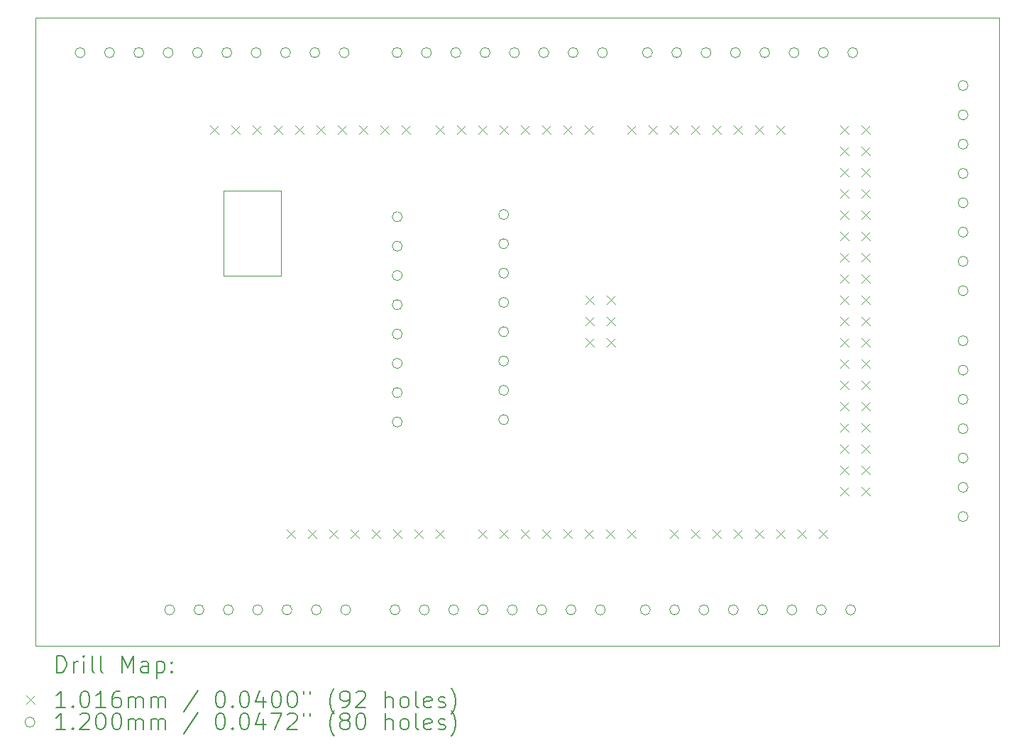
<source format=gbr>
%TF.GenerationSoftware,KiCad,Pcbnew,7.0.9*%
%TF.CreationDate,2023-12-29T07:46:45-06:00*%
%TF.ProjectId,Arduino Shield,41726475-696e-46f2-9053-6869656c642e,rev?*%
%TF.SameCoordinates,Original*%
%TF.FileFunction,Drillmap*%
%TF.FilePolarity,Positive*%
%FSLAX45Y45*%
G04 Gerber Fmt 4.5, Leading zero omitted, Abs format (unit mm)*
G04 Created by KiCad (PCBNEW 7.0.9) date 2023-12-29 07:46:45*
%MOMM*%
%LPD*%
G01*
G04 APERTURE LIST*
%ADD10C,0.100000*%
%ADD11C,0.200000*%
%ADD12C,0.101600*%
%ADD13C,0.120000*%
G04 APERTURE END LIST*
D10*
X4241800Y-4064000D02*
X4927600Y-4064000D01*
X4927600Y-5080000D01*
X4241800Y-5080000D01*
X4241800Y-4064000D01*
X2000000Y-2000000D02*
X13500000Y-2000000D01*
X13500000Y-9500000D01*
X2000000Y-9500000D01*
X2000000Y-2000000D01*
D11*
D12*
X4082800Y-3279200D02*
X4184400Y-3380800D01*
X4184400Y-3279200D02*
X4082800Y-3380800D01*
X4336800Y-3279200D02*
X4438400Y-3380800D01*
X4438400Y-3279200D02*
X4336800Y-3380800D01*
X4590800Y-3279200D02*
X4692400Y-3380800D01*
X4692400Y-3279200D02*
X4590800Y-3380800D01*
X4844800Y-3279200D02*
X4946400Y-3380800D01*
X4946400Y-3279200D02*
X4844800Y-3380800D01*
X4997200Y-8105200D02*
X5098800Y-8206800D01*
X5098800Y-8105200D02*
X4997200Y-8206800D01*
X5098800Y-3279200D02*
X5200400Y-3380800D01*
X5200400Y-3279200D02*
X5098800Y-3380800D01*
X5251200Y-8105200D02*
X5352800Y-8206800D01*
X5352800Y-8105200D02*
X5251200Y-8206800D01*
X5352800Y-3279200D02*
X5454400Y-3380800D01*
X5454400Y-3279200D02*
X5352800Y-3380800D01*
X5505200Y-8105200D02*
X5606800Y-8206800D01*
X5606800Y-8105200D02*
X5505200Y-8206800D01*
X5606800Y-3279200D02*
X5708400Y-3380800D01*
X5708400Y-3279200D02*
X5606800Y-3380800D01*
X5759200Y-8105200D02*
X5860800Y-8206800D01*
X5860800Y-8105200D02*
X5759200Y-8206800D01*
X5860800Y-3279200D02*
X5962400Y-3380800D01*
X5962400Y-3279200D02*
X5860800Y-3380800D01*
X6013200Y-8105200D02*
X6114800Y-8206800D01*
X6114800Y-8105200D02*
X6013200Y-8206800D01*
X6114800Y-3279200D02*
X6216400Y-3380800D01*
X6216400Y-3279200D02*
X6114800Y-3380800D01*
X6267200Y-8105200D02*
X6368800Y-8206800D01*
X6368800Y-8105200D02*
X6267200Y-8206800D01*
X6368800Y-3279200D02*
X6470400Y-3380800D01*
X6470400Y-3279200D02*
X6368800Y-3380800D01*
X6521200Y-8105200D02*
X6622800Y-8206800D01*
X6622800Y-8105200D02*
X6521200Y-8206800D01*
X6775200Y-3279200D02*
X6876800Y-3380800D01*
X6876800Y-3279200D02*
X6775200Y-3380800D01*
X6775200Y-8105200D02*
X6876800Y-8206800D01*
X6876800Y-8105200D02*
X6775200Y-8206800D01*
X7029200Y-3279200D02*
X7130800Y-3380800D01*
X7130800Y-3279200D02*
X7029200Y-3380800D01*
X7283200Y-3279200D02*
X7384800Y-3380800D01*
X7384800Y-3279200D02*
X7283200Y-3380800D01*
X7283200Y-8105200D02*
X7384800Y-8206800D01*
X7384800Y-8105200D02*
X7283200Y-8206800D01*
X7537200Y-3279200D02*
X7638800Y-3380800D01*
X7638800Y-3279200D02*
X7537200Y-3380800D01*
X7537200Y-8105200D02*
X7638800Y-8206800D01*
X7638800Y-8105200D02*
X7537200Y-8206800D01*
X7791200Y-3279200D02*
X7892800Y-3380800D01*
X7892800Y-3279200D02*
X7791200Y-3380800D01*
X7791200Y-8105200D02*
X7892800Y-8206800D01*
X7892800Y-8105200D02*
X7791200Y-8206800D01*
X8045200Y-3279200D02*
X8146800Y-3380800D01*
X8146800Y-3279200D02*
X8045200Y-3380800D01*
X8045200Y-8105200D02*
X8146800Y-8206800D01*
X8146800Y-8105200D02*
X8045200Y-8206800D01*
X8299200Y-3279200D02*
X8400800Y-3380800D01*
X8400800Y-3279200D02*
X8299200Y-3380800D01*
X8299200Y-8105200D02*
X8400800Y-8206800D01*
X8400800Y-8105200D02*
X8299200Y-8206800D01*
X8553200Y-3279200D02*
X8654800Y-3380800D01*
X8654800Y-3279200D02*
X8553200Y-3380800D01*
X8553200Y-8105200D02*
X8654800Y-8206800D01*
X8654800Y-8105200D02*
X8553200Y-8206800D01*
X8565900Y-5311200D02*
X8667500Y-5412800D01*
X8667500Y-5311200D02*
X8565900Y-5412800D01*
X8565900Y-5565200D02*
X8667500Y-5666800D01*
X8667500Y-5565200D02*
X8565900Y-5666800D01*
X8565900Y-5819200D02*
X8667500Y-5920800D01*
X8667500Y-5819200D02*
X8565900Y-5920800D01*
X8807200Y-8105200D02*
X8908800Y-8206800D01*
X8908800Y-8105200D02*
X8807200Y-8206800D01*
X8819900Y-5311200D02*
X8921500Y-5412800D01*
X8921500Y-5311200D02*
X8819900Y-5412800D01*
X8819900Y-5565200D02*
X8921500Y-5666800D01*
X8921500Y-5565200D02*
X8819900Y-5666800D01*
X8819900Y-5819200D02*
X8921500Y-5920800D01*
X8921500Y-5819200D02*
X8819900Y-5920800D01*
X9061200Y-3279200D02*
X9162800Y-3380800D01*
X9162800Y-3279200D02*
X9061200Y-3380800D01*
X9061200Y-8105200D02*
X9162800Y-8206800D01*
X9162800Y-8105200D02*
X9061200Y-8206800D01*
X9315200Y-3279200D02*
X9416800Y-3380800D01*
X9416800Y-3279200D02*
X9315200Y-3380800D01*
X9569200Y-3279200D02*
X9670800Y-3380800D01*
X9670800Y-3279200D02*
X9569200Y-3380800D01*
X9569200Y-8105200D02*
X9670800Y-8206800D01*
X9670800Y-8105200D02*
X9569200Y-8206800D01*
X9823200Y-3279200D02*
X9924800Y-3380800D01*
X9924800Y-3279200D02*
X9823200Y-3380800D01*
X9823200Y-8105200D02*
X9924800Y-8206800D01*
X9924800Y-8105200D02*
X9823200Y-8206800D01*
X10077200Y-3279200D02*
X10178800Y-3380800D01*
X10178800Y-3279200D02*
X10077200Y-3380800D01*
X10077200Y-8105200D02*
X10178800Y-8206800D01*
X10178800Y-8105200D02*
X10077200Y-8206800D01*
X10331200Y-3279200D02*
X10432800Y-3380800D01*
X10432800Y-3279200D02*
X10331200Y-3380800D01*
X10331200Y-8105200D02*
X10432800Y-8206800D01*
X10432800Y-8105200D02*
X10331200Y-8206800D01*
X10585200Y-3279200D02*
X10686800Y-3380800D01*
X10686800Y-3279200D02*
X10585200Y-3380800D01*
X10585200Y-8105200D02*
X10686800Y-8206800D01*
X10686800Y-8105200D02*
X10585200Y-8206800D01*
X10839200Y-3279200D02*
X10940800Y-3380800D01*
X10940800Y-3279200D02*
X10839200Y-3380800D01*
X10839200Y-8105200D02*
X10940800Y-8206800D01*
X10940800Y-8105200D02*
X10839200Y-8206800D01*
X11093200Y-8105200D02*
X11194800Y-8206800D01*
X11194800Y-8105200D02*
X11093200Y-8206800D01*
X11347200Y-8105200D02*
X11448800Y-8206800D01*
X11448800Y-8105200D02*
X11347200Y-8206800D01*
X11601200Y-3279200D02*
X11702800Y-3380800D01*
X11702800Y-3279200D02*
X11601200Y-3380800D01*
X11601200Y-3533200D02*
X11702800Y-3634800D01*
X11702800Y-3533200D02*
X11601200Y-3634800D01*
X11601200Y-3787200D02*
X11702800Y-3888800D01*
X11702800Y-3787200D02*
X11601200Y-3888800D01*
X11601200Y-4041200D02*
X11702800Y-4142800D01*
X11702800Y-4041200D02*
X11601200Y-4142800D01*
X11601200Y-4295200D02*
X11702800Y-4396800D01*
X11702800Y-4295200D02*
X11601200Y-4396800D01*
X11601200Y-4549200D02*
X11702800Y-4650800D01*
X11702800Y-4549200D02*
X11601200Y-4650800D01*
X11601200Y-4803200D02*
X11702800Y-4904800D01*
X11702800Y-4803200D02*
X11601200Y-4904800D01*
X11601200Y-5057200D02*
X11702800Y-5158800D01*
X11702800Y-5057200D02*
X11601200Y-5158800D01*
X11601200Y-5311200D02*
X11702800Y-5412800D01*
X11702800Y-5311200D02*
X11601200Y-5412800D01*
X11601200Y-5565200D02*
X11702800Y-5666800D01*
X11702800Y-5565200D02*
X11601200Y-5666800D01*
X11601200Y-5819200D02*
X11702800Y-5920800D01*
X11702800Y-5819200D02*
X11601200Y-5920800D01*
X11601200Y-6073200D02*
X11702800Y-6174800D01*
X11702800Y-6073200D02*
X11601200Y-6174800D01*
X11601200Y-6327200D02*
X11702800Y-6428800D01*
X11702800Y-6327200D02*
X11601200Y-6428800D01*
X11601200Y-6581200D02*
X11702800Y-6682800D01*
X11702800Y-6581200D02*
X11601200Y-6682800D01*
X11601200Y-6835200D02*
X11702800Y-6936800D01*
X11702800Y-6835200D02*
X11601200Y-6936800D01*
X11601200Y-7089200D02*
X11702800Y-7190800D01*
X11702800Y-7089200D02*
X11601200Y-7190800D01*
X11601200Y-7343200D02*
X11702800Y-7444800D01*
X11702800Y-7343200D02*
X11601200Y-7444800D01*
X11601200Y-7597200D02*
X11702800Y-7698800D01*
X11702800Y-7597200D02*
X11601200Y-7698800D01*
X11855200Y-3279200D02*
X11956800Y-3380800D01*
X11956800Y-3279200D02*
X11855200Y-3380800D01*
X11855200Y-3533200D02*
X11956800Y-3634800D01*
X11956800Y-3533200D02*
X11855200Y-3634800D01*
X11855200Y-3787200D02*
X11956800Y-3888800D01*
X11956800Y-3787200D02*
X11855200Y-3888800D01*
X11855200Y-4041200D02*
X11956800Y-4142800D01*
X11956800Y-4041200D02*
X11855200Y-4142800D01*
X11855200Y-4295200D02*
X11956800Y-4396800D01*
X11956800Y-4295200D02*
X11855200Y-4396800D01*
X11855200Y-4549200D02*
X11956800Y-4650800D01*
X11956800Y-4549200D02*
X11855200Y-4650800D01*
X11855200Y-4803200D02*
X11956800Y-4904800D01*
X11956800Y-4803200D02*
X11855200Y-4904800D01*
X11855200Y-5057200D02*
X11956800Y-5158800D01*
X11956800Y-5057200D02*
X11855200Y-5158800D01*
X11855200Y-5311200D02*
X11956800Y-5412800D01*
X11956800Y-5311200D02*
X11855200Y-5412800D01*
X11855200Y-5565200D02*
X11956800Y-5666800D01*
X11956800Y-5565200D02*
X11855200Y-5666800D01*
X11855200Y-5819200D02*
X11956800Y-5920800D01*
X11956800Y-5819200D02*
X11855200Y-5920800D01*
X11855200Y-6073200D02*
X11956800Y-6174800D01*
X11956800Y-6073200D02*
X11855200Y-6174800D01*
X11855200Y-6327200D02*
X11956800Y-6428800D01*
X11956800Y-6327200D02*
X11855200Y-6428800D01*
X11855200Y-6581200D02*
X11956800Y-6682800D01*
X11956800Y-6581200D02*
X11855200Y-6682800D01*
X11855200Y-6835200D02*
X11956800Y-6936800D01*
X11956800Y-6835200D02*
X11855200Y-6936800D01*
X11855200Y-7089200D02*
X11956800Y-7190800D01*
X11956800Y-7089200D02*
X11855200Y-7190800D01*
X11855200Y-7343200D02*
X11956800Y-7444800D01*
X11956800Y-7343200D02*
X11855200Y-7444800D01*
X11855200Y-7597200D02*
X11956800Y-7698800D01*
X11956800Y-7597200D02*
X11855200Y-7698800D01*
D13*
X2594000Y-2413000D02*
G75*
G03*
X2594000Y-2413000I-60000J0D01*
G01*
X2944000Y-2413000D02*
G75*
G03*
X2944000Y-2413000I-60000J0D01*
G01*
X3294000Y-2413000D02*
G75*
G03*
X3294000Y-2413000I-60000J0D01*
G01*
X3644000Y-2413000D02*
G75*
G03*
X3644000Y-2413000I-60000J0D01*
G01*
X3662300Y-9067800D02*
G75*
G03*
X3662300Y-9067800I-60000J0D01*
G01*
X3994000Y-2413000D02*
G75*
G03*
X3994000Y-2413000I-60000J0D01*
G01*
X4012300Y-9067800D02*
G75*
G03*
X4012300Y-9067800I-60000J0D01*
G01*
X4344000Y-2413000D02*
G75*
G03*
X4344000Y-2413000I-60000J0D01*
G01*
X4362300Y-9067800D02*
G75*
G03*
X4362300Y-9067800I-60000J0D01*
G01*
X4694000Y-2413000D02*
G75*
G03*
X4694000Y-2413000I-60000J0D01*
G01*
X4712300Y-9067800D02*
G75*
G03*
X4712300Y-9067800I-60000J0D01*
G01*
X5044000Y-2413000D02*
G75*
G03*
X5044000Y-2413000I-60000J0D01*
G01*
X5062300Y-9067800D02*
G75*
G03*
X5062300Y-9067800I-60000J0D01*
G01*
X5394000Y-2413000D02*
G75*
G03*
X5394000Y-2413000I-60000J0D01*
G01*
X5412300Y-9067800D02*
G75*
G03*
X5412300Y-9067800I-60000J0D01*
G01*
X5744000Y-2413000D02*
G75*
G03*
X5744000Y-2413000I-60000J0D01*
G01*
X5762300Y-9067800D02*
G75*
G03*
X5762300Y-9067800I-60000J0D01*
G01*
X6350600Y-9067800D02*
G75*
G03*
X6350600Y-9067800I-60000J0D01*
G01*
X6376000Y-2413000D02*
G75*
G03*
X6376000Y-2413000I-60000J0D01*
G01*
X6378000Y-4374000D02*
G75*
G03*
X6378000Y-4374000I-60000J0D01*
G01*
X6378000Y-4724000D02*
G75*
G03*
X6378000Y-4724000I-60000J0D01*
G01*
X6378000Y-5074000D02*
G75*
G03*
X6378000Y-5074000I-60000J0D01*
G01*
X6378000Y-5424000D02*
G75*
G03*
X6378000Y-5424000I-60000J0D01*
G01*
X6378000Y-5774000D02*
G75*
G03*
X6378000Y-5774000I-60000J0D01*
G01*
X6378000Y-6124000D02*
G75*
G03*
X6378000Y-6124000I-60000J0D01*
G01*
X6378000Y-6474000D02*
G75*
G03*
X6378000Y-6474000I-60000J0D01*
G01*
X6378000Y-6824000D02*
G75*
G03*
X6378000Y-6824000I-60000J0D01*
G01*
X6700600Y-9067800D02*
G75*
G03*
X6700600Y-9067800I-60000J0D01*
G01*
X6726000Y-2413000D02*
G75*
G03*
X6726000Y-2413000I-60000J0D01*
G01*
X7050600Y-9067800D02*
G75*
G03*
X7050600Y-9067800I-60000J0D01*
G01*
X7076000Y-2413000D02*
G75*
G03*
X7076000Y-2413000I-60000J0D01*
G01*
X7400600Y-9067800D02*
G75*
G03*
X7400600Y-9067800I-60000J0D01*
G01*
X7426000Y-2413000D02*
G75*
G03*
X7426000Y-2413000I-60000J0D01*
G01*
X7648000Y-4346000D02*
G75*
G03*
X7648000Y-4346000I-60000J0D01*
G01*
X7648000Y-4696000D02*
G75*
G03*
X7648000Y-4696000I-60000J0D01*
G01*
X7648000Y-5046000D02*
G75*
G03*
X7648000Y-5046000I-60000J0D01*
G01*
X7648000Y-5396000D02*
G75*
G03*
X7648000Y-5396000I-60000J0D01*
G01*
X7648000Y-5746000D02*
G75*
G03*
X7648000Y-5746000I-60000J0D01*
G01*
X7648000Y-6096000D02*
G75*
G03*
X7648000Y-6096000I-60000J0D01*
G01*
X7648000Y-6446000D02*
G75*
G03*
X7648000Y-6446000I-60000J0D01*
G01*
X7648000Y-6796000D02*
G75*
G03*
X7648000Y-6796000I-60000J0D01*
G01*
X7750600Y-9067800D02*
G75*
G03*
X7750600Y-9067800I-60000J0D01*
G01*
X7776000Y-2413000D02*
G75*
G03*
X7776000Y-2413000I-60000J0D01*
G01*
X8100600Y-9067800D02*
G75*
G03*
X8100600Y-9067800I-60000J0D01*
G01*
X8126000Y-2413000D02*
G75*
G03*
X8126000Y-2413000I-60000J0D01*
G01*
X8450600Y-9067800D02*
G75*
G03*
X8450600Y-9067800I-60000J0D01*
G01*
X8476000Y-2413000D02*
G75*
G03*
X8476000Y-2413000I-60000J0D01*
G01*
X8800600Y-9067800D02*
G75*
G03*
X8800600Y-9067800I-60000J0D01*
G01*
X8826000Y-2413000D02*
G75*
G03*
X8826000Y-2413000I-60000J0D01*
G01*
X9336600Y-9067800D02*
G75*
G03*
X9336600Y-9067800I-60000J0D01*
G01*
X9362000Y-2413000D02*
G75*
G03*
X9362000Y-2413000I-60000J0D01*
G01*
X9686600Y-9067800D02*
G75*
G03*
X9686600Y-9067800I-60000J0D01*
G01*
X9712000Y-2413000D02*
G75*
G03*
X9712000Y-2413000I-60000J0D01*
G01*
X10036600Y-9067800D02*
G75*
G03*
X10036600Y-9067800I-60000J0D01*
G01*
X10062000Y-2413000D02*
G75*
G03*
X10062000Y-2413000I-60000J0D01*
G01*
X10386600Y-9067800D02*
G75*
G03*
X10386600Y-9067800I-60000J0D01*
G01*
X10412000Y-2413000D02*
G75*
G03*
X10412000Y-2413000I-60000J0D01*
G01*
X10736600Y-9067800D02*
G75*
G03*
X10736600Y-9067800I-60000J0D01*
G01*
X10762000Y-2413000D02*
G75*
G03*
X10762000Y-2413000I-60000J0D01*
G01*
X11086600Y-9067800D02*
G75*
G03*
X11086600Y-9067800I-60000J0D01*
G01*
X11112000Y-2413000D02*
G75*
G03*
X11112000Y-2413000I-60000J0D01*
G01*
X11436600Y-9067800D02*
G75*
G03*
X11436600Y-9067800I-60000J0D01*
G01*
X11462000Y-2413000D02*
G75*
G03*
X11462000Y-2413000I-60000J0D01*
G01*
X11786600Y-9067800D02*
G75*
G03*
X11786600Y-9067800I-60000J0D01*
G01*
X11812000Y-2413000D02*
G75*
G03*
X11812000Y-2413000I-60000J0D01*
G01*
X13128300Y-2806700D02*
G75*
G03*
X13128300Y-2806700I-60000J0D01*
G01*
X13128300Y-3156700D02*
G75*
G03*
X13128300Y-3156700I-60000J0D01*
G01*
X13128300Y-3506700D02*
G75*
G03*
X13128300Y-3506700I-60000J0D01*
G01*
X13128300Y-3856700D02*
G75*
G03*
X13128300Y-3856700I-60000J0D01*
G01*
X13128300Y-4206700D02*
G75*
G03*
X13128300Y-4206700I-60000J0D01*
G01*
X13128300Y-4556700D02*
G75*
G03*
X13128300Y-4556700I-60000J0D01*
G01*
X13128300Y-4906700D02*
G75*
G03*
X13128300Y-4906700I-60000J0D01*
G01*
X13128300Y-5256700D02*
G75*
G03*
X13128300Y-5256700I-60000J0D01*
G01*
X13128300Y-5854700D02*
G75*
G03*
X13128300Y-5854700I-60000J0D01*
G01*
X13128300Y-6204700D02*
G75*
G03*
X13128300Y-6204700I-60000J0D01*
G01*
X13128300Y-6554700D02*
G75*
G03*
X13128300Y-6554700I-60000J0D01*
G01*
X13128300Y-6904700D02*
G75*
G03*
X13128300Y-6904700I-60000J0D01*
G01*
X13128300Y-7254700D02*
G75*
G03*
X13128300Y-7254700I-60000J0D01*
G01*
X13128300Y-7604700D02*
G75*
G03*
X13128300Y-7604700I-60000J0D01*
G01*
X13128300Y-7954700D02*
G75*
G03*
X13128300Y-7954700I-60000J0D01*
G01*
D11*
X2255777Y-9816484D02*
X2255777Y-9616484D01*
X2255777Y-9616484D02*
X2303396Y-9616484D01*
X2303396Y-9616484D02*
X2331967Y-9626008D01*
X2331967Y-9626008D02*
X2351015Y-9645055D01*
X2351015Y-9645055D02*
X2360539Y-9664103D01*
X2360539Y-9664103D02*
X2370063Y-9702198D01*
X2370063Y-9702198D02*
X2370063Y-9730770D01*
X2370063Y-9730770D02*
X2360539Y-9768865D01*
X2360539Y-9768865D02*
X2351015Y-9787912D01*
X2351015Y-9787912D02*
X2331967Y-9806960D01*
X2331967Y-9806960D02*
X2303396Y-9816484D01*
X2303396Y-9816484D02*
X2255777Y-9816484D01*
X2455777Y-9816484D02*
X2455777Y-9683150D01*
X2455777Y-9721246D02*
X2465301Y-9702198D01*
X2465301Y-9702198D02*
X2474824Y-9692674D01*
X2474824Y-9692674D02*
X2493872Y-9683150D01*
X2493872Y-9683150D02*
X2512920Y-9683150D01*
X2579586Y-9816484D02*
X2579586Y-9683150D01*
X2579586Y-9616484D02*
X2570063Y-9626008D01*
X2570063Y-9626008D02*
X2579586Y-9635531D01*
X2579586Y-9635531D02*
X2589110Y-9626008D01*
X2589110Y-9626008D02*
X2579586Y-9616484D01*
X2579586Y-9616484D02*
X2579586Y-9635531D01*
X2703396Y-9816484D02*
X2684348Y-9806960D01*
X2684348Y-9806960D02*
X2674824Y-9787912D01*
X2674824Y-9787912D02*
X2674824Y-9616484D01*
X2808158Y-9816484D02*
X2789110Y-9806960D01*
X2789110Y-9806960D02*
X2779586Y-9787912D01*
X2779586Y-9787912D02*
X2779586Y-9616484D01*
X3036729Y-9816484D02*
X3036729Y-9616484D01*
X3036729Y-9616484D02*
X3103396Y-9759341D01*
X3103396Y-9759341D02*
X3170062Y-9616484D01*
X3170062Y-9616484D02*
X3170062Y-9816484D01*
X3351015Y-9816484D02*
X3351015Y-9711722D01*
X3351015Y-9711722D02*
X3341491Y-9692674D01*
X3341491Y-9692674D02*
X3322443Y-9683150D01*
X3322443Y-9683150D02*
X3284348Y-9683150D01*
X3284348Y-9683150D02*
X3265301Y-9692674D01*
X3351015Y-9806960D02*
X3331967Y-9816484D01*
X3331967Y-9816484D02*
X3284348Y-9816484D01*
X3284348Y-9816484D02*
X3265301Y-9806960D01*
X3265301Y-9806960D02*
X3255777Y-9787912D01*
X3255777Y-9787912D02*
X3255777Y-9768865D01*
X3255777Y-9768865D02*
X3265301Y-9749817D01*
X3265301Y-9749817D02*
X3284348Y-9740293D01*
X3284348Y-9740293D02*
X3331967Y-9740293D01*
X3331967Y-9740293D02*
X3351015Y-9730770D01*
X3446253Y-9683150D02*
X3446253Y-9883150D01*
X3446253Y-9692674D02*
X3465301Y-9683150D01*
X3465301Y-9683150D02*
X3503396Y-9683150D01*
X3503396Y-9683150D02*
X3522443Y-9692674D01*
X3522443Y-9692674D02*
X3531967Y-9702198D01*
X3531967Y-9702198D02*
X3541491Y-9721246D01*
X3541491Y-9721246D02*
X3541491Y-9778389D01*
X3541491Y-9778389D02*
X3531967Y-9797436D01*
X3531967Y-9797436D02*
X3522443Y-9806960D01*
X3522443Y-9806960D02*
X3503396Y-9816484D01*
X3503396Y-9816484D02*
X3465301Y-9816484D01*
X3465301Y-9816484D02*
X3446253Y-9806960D01*
X3627205Y-9797436D02*
X3636729Y-9806960D01*
X3636729Y-9806960D02*
X3627205Y-9816484D01*
X3627205Y-9816484D02*
X3617682Y-9806960D01*
X3617682Y-9806960D02*
X3627205Y-9797436D01*
X3627205Y-9797436D02*
X3627205Y-9816484D01*
X3627205Y-9692674D02*
X3636729Y-9702198D01*
X3636729Y-9702198D02*
X3627205Y-9711722D01*
X3627205Y-9711722D02*
X3617682Y-9702198D01*
X3617682Y-9702198D02*
X3627205Y-9692674D01*
X3627205Y-9692674D02*
X3627205Y-9711722D01*
D12*
X1893400Y-10094200D02*
X1995000Y-10195800D01*
X1995000Y-10094200D02*
X1893400Y-10195800D01*
D11*
X2360539Y-10236484D02*
X2246253Y-10236484D01*
X2303396Y-10236484D02*
X2303396Y-10036484D01*
X2303396Y-10036484D02*
X2284348Y-10065055D01*
X2284348Y-10065055D02*
X2265301Y-10084103D01*
X2265301Y-10084103D02*
X2246253Y-10093627D01*
X2446253Y-10217436D02*
X2455777Y-10226960D01*
X2455777Y-10226960D02*
X2446253Y-10236484D01*
X2446253Y-10236484D02*
X2436729Y-10226960D01*
X2436729Y-10226960D02*
X2446253Y-10217436D01*
X2446253Y-10217436D02*
X2446253Y-10236484D01*
X2579586Y-10036484D02*
X2598634Y-10036484D01*
X2598634Y-10036484D02*
X2617682Y-10046008D01*
X2617682Y-10046008D02*
X2627205Y-10055531D01*
X2627205Y-10055531D02*
X2636729Y-10074579D01*
X2636729Y-10074579D02*
X2646253Y-10112674D01*
X2646253Y-10112674D02*
X2646253Y-10160293D01*
X2646253Y-10160293D02*
X2636729Y-10198389D01*
X2636729Y-10198389D02*
X2627205Y-10217436D01*
X2627205Y-10217436D02*
X2617682Y-10226960D01*
X2617682Y-10226960D02*
X2598634Y-10236484D01*
X2598634Y-10236484D02*
X2579586Y-10236484D01*
X2579586Y-10236484D02*
X2560539Y-10226960D01*
X2560539Y-10226960D02*
X2551015Y-10217436D01*
X2551015Y-10217436D02*
X2541491Y-10198389D01*
X2541491Y-10198389D02*
X2531967Y-10160293D01*
X2531967Y-10160293D02*
X2531967Y-10112674D01*
X2531967Y-10112674D02*
X2541491Y-10074579D01*
X2541491Y-10074579D02*
X2551015Y-10055531D01*
X2551015Y-10055531D02*
X2560539Y-10046008D01*
X2560539Y-10046008D02*
X2579586Y-10036484D01*
X2836729Y-10236484D02*
X2722444Y-10236484D01*
X2779586Y-10236484D02*
X2779586Y-10036484D01*
X2779586Y-10036484D02*
X2760539Y-10065055D01*
X2760539Y-10065055D02*
X2741491Y-10084103D01*
X2741491Y-10084103D02*
X2722444Y-10093627D01*
X3008158Y-10036484D02*
X2970062Y-10036484D01*
X2970062Y-10036484D02*
X2951015Y-10046008D01*
X2951015Y-10046008D02*
X2941491Y-10055531D01*
X2941491Y-10055531D02*
X2922443Y-10084103D01*
X2922443Y-10084103D02*
X2912920Y-10122198D01*
X2912920Y-10122198D02*
X2912920Y-10198389D01*
X2912920Y-10198389D02*
X2922443Y-10217436D01*
X2922443Y-10217436D02*
X2931967Y-10226960D01*
X2931967Y-10226960D02*
X2951015Y-10236484D01*
X2951015Y-10236484D02*
X2989110Y-10236484D01*
X2989110Y-10236484D02*
X3008158Y-10226960D01*
X3008158Y-10226960D02*
X3017682Y-10217436D01*
X3017682Y-10217436D02*
X3027205Y-10198389D01*
X3027205Y-10198389D02*
X3027205Y-10150770D01*
X3027205Y-10150770D02*
X3017682Y-10131722D01*
X3017682Y-10131722D02*
X3008158Y-10122198D01*
X3008158Y-10122198D02*
X2989110Y-10112674D01*
X2989110Y-10112674D02*
X2951015Y-10112674D01*
X2951015Y-10112674D02*
X2931967Y-10122198D01*
X2931967Y-10122198D02*
X2922443Y-10131722D01*
X2922443Y-10131722D02*
X2912920Y-10150770D01*
X3112920Y-10236484D02*
X3112920Y-10103150D01*
X3112920Y-10122198D02*
X3122443Y-10112674D01*
X3122443Y-10112674D02*
X3141491Y-10103150D01*
X3141491Y-10103150D02*
X3170063Y-10103150D01*
X3170063Y-10103150D02*
X3189110Y-10112674D01*
X3189110Y-10112674D02*
X3198634Y-10131722D01*
X3198634Y-10131722D02*
X3198634Y-10236484D01*
X3198634Y-10131722D02*
X3208158Y-10112674D01*
X3208158Y-10112674D02*
X3227205Y-10103150D01*
X3227205Y-10103150D02*
X3255777Y-10103150D01*
X3255777Y-10103150D02*
X3274824Y-10112674D01*
X3274824Y-10112674D02*
X3284348Y-10131722D01*
X3284348Y-10131722D02*
X3284348Y-10236484D01*
X3379586Y-10236484D02*
X3379586Y-10103150D01*
X3379586Y-10122198D02*
X3389110Y-10112674D01*
X3389110Y-10112674D02*
X3408158Y-10103150D01*
X3408158Y-10103150D02*
X3436729Y-10103150D01*
X3436729Y-10103150D02*
X3455777Y-10112674D01*
X3455777Y-10112674D02*
X3465301Y-10131722D01*
X3465301Y-10131722D02*
X3465301Y-10236484D01*
X3465301Y-10131722D02*
X3474824Y-10112674D01*
X3474824Y-10112674D02*
X3493872Y-10103150D01*
X3493872Y-10103150D02*
X3522443Y-10103150D01*
X3522443Y-10103150D02*
X3541491Y-10112674D01*
X3541491Y-10112674D02*
X3551015Y-10131722D01*
X3551015Y-10131722D02*
X3551015Y-10236484D01*
X3941491Y-10026960D02*
X3770063Y-10284103D01*
X4198634Y-10036484D02*
X4217682Y-10036484D01*
X4217682Y-10036484D02*
X4236729Y-10046008D01*
X4236729Y-10046008D02*
X4246253Y-10055531D01*
X4246253Y-10055531D02*
X4255777Y-10074579D01*
X4255777Y-10074579D02*
X4265301Y-10112674D01*
X4265301Y-10112674D02*
X4265301Y-10160293D01*
X4265301Y-10160293D02*
X4255777Y-10198389D01*
X4255777Y-10198389D02*
X4246253Y-10217436D01*
X4246253Y-10217436D02*
X4236729Y-10226960D01*
X4236729Y-10226960D02*
X4217682Y-10236484D01*
X4217682Y-10236484D02*
X4198634Y-10236484D01*
X4198634Y-10236484D02*
X4179586Y-10226960D01*
X4179586Y-10226960D02*
X4170063Y-10217436D01*
X4170063Y-10217436D02*
X4160539Y-10198389D01*
X4160539Y-10198389D02*
X4151015Y-10160293D01*
X4151015Y-10160293D02*
X4151015Y-10112674D01*
X4151015Y-10112674D02*
X4160539Y-10074579D01*
X4160539Y-10074579D02*
X4170063Y-10055531D01*
X4170063Y-10055531D02*
X4179586Y-10046008D01*
X4179586Y-10046008D02*
X4198634Y-10036484D01*
X4351015Y-10217436D02*
X4360539Y-10226960D01*
X4360539Y-10226960D02*
X4351015Y-10236484D01*
X4351015Y-10236484D02*
X4341491Y-10226960D01*
X4341491Y-10226960D02*
X4351015Y-10217436D01*
X4351015Y-10217436D02*
X4351015Y-10236484D01*
X4484348Y-10036484D02*
X4503396Y-10036484D01*
X4503396Y-10036484D02*
X4522444Y-10046008D01*
X4522444Y-10046008D02*
X4531968Y-10055531D01*
X4531968Y-10055531D02*
X4541491Y-10074579D01*
X4541491Y-10074579D02*
X4551015Y-10112674D01*
X4551015Y-10112674D02*
X4551015Y-10160293D01*
X4551015Y-10160293D02*
X4541491Y-10198389D01*
X4541491Y-10198389D02*
X4531968Y-10217436D01*
X4531968Y-10217436D02*
X4522444Y-10226960D01*
X4522444Y-10226960D02*
X4503396Y-10236484D01*
X4503396Y-10236484D02*
X4484348Y-10236484D01*
X4484348Y-10236484D02*
X4465301Y-10226960D01*
X4465301Y-10226960D02*
X4455777Y-10217436D01*
X4455777Y-10217436D02*
X4446253Y-10198389D01*
X4446253Y-10198389D02*
X4436729Y-10160293D01*
X4436729Y-10160293D02*
X4436729Y-10112674D01*
X4436729Y-10112674D02*
X4446253Y-10074579D01*
X4446253Y-10074579D02*
X4455777Y-10055531D01*
X4455777Y-10055531D02*
X4465301Y-10046008D01*
X4465301Y-10046008D02*
X4484348Y-10036484D01*
X4722444Y-10103150D02*
X4722444Y-10236484D01*
X4674825Y-10026960D02*
X4627206Y-10169817D01*
X4627206Y-10169817D02*
X4751015Y-10169817D01*
X4865301Y-10036484D02*
X4884349Y-10036484D01*
X4884349Y-10036484D02*
X4903396Y-10046008D01*
X4903396Y-10046008D02*
X4912920Y-10055531D01*
X4912920Y-10055531D02*
X4922444Y-10074579D01*
X4922444Y-10074579D02*
X4931968Y-10112674D01*
X4931968Y-10112674D02*
X4931968Y-10160293D01*
X4931968Y-10160293D02*
X4922444Y-10198389D01*
X4922444Y-10198389D02*
X4912920Y-10217436D01*
X4912920Y-10217436D02*
X4903396Y-10226960D01*
X4903396Y-10226960D02*
X4884349Y-10236484D01*
X4884349Y-10236484D02*
X4865301Y-10236484D01*
X4865301Y-10236484D02*
X4846253Y-10226960D01*
X4846253Y-10226960D02*
X4836729Y-10217436D01*
X4836729Y-10217436D02*
X4827206Y-10198389D01*
X4827206Y-10198389D02*
X4817682Y-10160293D01*
X4817682Y-10160293D02*
X4817682Y-10112674D01*
X4817682Y-10112674D02*
X4827206Y-10074579D01*
X4827206Y-10074579D02*
X4836729Y-10055531D01*
X4836729Y-10055531D02*
X4846253Y-10046008D01*
X4846253Y-10046008D02*
X4865301Y-10036484D01*
X5055777Y-10036484D02*
X5074825Y-10036484D01*
X5074825Y-10036484D02*
X5093872Y-10046008D01*
X5093872Y-10046008D02*
X5103396Y-10055531D01*
X5103396Y-10055531D02*
X5112920Y-10074579D01*
X5112920Y-10074579D02*
X5122444Y-10112674D01*
X5122444Y-10112674D02*
X5122444Y-10160293D01*
X5122444Y-10160293D02*
X5112920Y-10198389D01*
X5112920Y-10198389D02*
X5103396Y-10217436D01*
X5103396Y-10217436D02*
X5093872Y-10226960D01*
X5093872Y-10226960D02*
X5074825Y-10236484D01*
X5074825Y-10236484D02*
X5055777Y-10236484D01*
X5055777Y-10236484D02*
X5036729Y-10226960D01*
X5036729Y-10226960D02*
X5027206Y-10217436D01*
X5027206Y-10217436D02*
X5017682Y-10198389D01*
X5017682Y-10198389D02*
X5008158Y-10160293D01*
X5008158Y-10160293D02*
X5008158Y-10112674D01*
X5008158Y-10112674D02*
X5017682Y-10074579D01*
X5017682Y-10074579D02*
X5027206Y-10055531D01*
X5027206Y-10055531D02*
X5036729Y-10046008D01*
X5036729Y-10046008D02*
X5055777Y-10036484D01*
X5198634Y-10036484D02*
X5198634Y-10074579D01*
X5274825Y-10036484D02*
X5274825Y-10074579D01*
X5570063Y-10312674D02*
X5560539Y-10303150D01*
X5560539Y-10303150D02*
X5541491Y-10274579D01*
X5541491Y-10274579D02*
X5531968Y-10255531D01*
X5531968Y-10255531D02*
X5522444Y-10226960D01*
X5522444Y-10226960D02*
X5512920Y-10179341D01*
X5512920Y-10179341D02*
X5512920Y-10141246D01*
X5512920Y-10141246D02*
X5522444Y-10093627D01*
X5522444Y-10093627D02*
X5531968Y-10065055D01*
X5531968Y-10065055D02*
X5541491Y-10046008D01*
X5541491Y-10046008D02*
X5560539Y-10017436D01*
X5560539Y-10017436D02*
X5570063Y-10007912D01*
X5655777Y-10236484D02*
X5693872Y-10236484D01*
X5693872Y-10236484D02*
X5712920Y-10226960D01*
X5712920Y-10226960D02*
X5722444Y-10217436D01*
X5722444Y-10217436D02*
X5741491Y-10188865D01*
X5741491Y-10188865D02*
X5751015Y-10150770D01*
X5751015Y-10150770D02*
X5751015Y-10074579D01*
X5751015Y-10074579D02*
X5741491Y-10055531D01*
X5741491Y-10055531D02*
X5731968Y-10046008D01*
X5731968Y-10046008D02*
X5712920Y-10036484D01*
X5712920Y-10036484D02*
X5674825Y-10036484D01*
X5674825Y-10036484D02*
X5655777Y-10046008D01*
X5655777Y-10046008D02*
X5646253Y-10055531D01*
X5646253Y-10055531D02*
X5636729Y-10074579D01*
X5636729Y-10074579D02*
X5636729Y-10122198D01*
X5636729Y-10122198D02*
X5646253Y-10141246D01*
X5646253Y-10141246D02*
X5655777Y-10150770D01*
X5655777Y-10150770D02*
X5674825Y-10160293D01*
X5674825Y-10160293D02*
X5712920Y-10160293D01*
X5712920Y-10160293D02*
X5731968Y-10150770D01*
X5731968Y-10150770D02*
X5741491Y-10141246D01*
X5741491Y-10141246D02*
X5751015Y-10122198D01*
X5827206Y-10055531D02*
X5836729Y-10046008D01*
X5836729Y-10046008D02*
X5855777Y-10036484D01*
X5855777Y-10036484D02*
X5903396Y-10036484D01*
X5903396Y-10036484D02*
X5922444Y-10046008D01*
X5922444Y-10046008D02*
X5931968Y-10055531D01*
X5931968Y-10055531D02*
X5941491Y-10074579D01*
X5941491Y-10074579D02*
X5941491Y-10093627D01*
X5941491Y-10093627D02*
X5931968Y-10122198D01*
X5931968Y-10122198D02*
X5817682Y-10236484D01*
X5817682Y-10236484D02*
X5941491Y-10236484D01*
X6179587Y-10236484D02*
X6179587Y-10036484D01*
X6265301Y-10236484D02*
X6265301Y-10131722D01*
X6265301Y-10131722D02*
X6255777Y-10112674D01*
X6255777Y-10112674D02*
X6236730Y-10103150D01*
X6236730Y-10103150D02*
X6208158Y-10103150D01*
X6208158Y-10103150D02*
X6189110Y-10112674D01*
X6189110Y-10112674D02*
X6179587Y-10122198D01*
X6389110Y-10236484D02*
X6370063Y-10226960D01*
X6370063Y-10226960D02*
X6360539Y-10217436D01*
X6360539Y-10217436D02*
X6351015Y-10198389D01*
X6351015Y-10198389D02*
X6351015Y-10141246D01*
X6351015Y-10141246D02*
X6360539Y-10122198D01*
X6360539Y-10122198D02*
X6370063Y-10112674D01*
X6370063Y-10112674D02*
X6389110Y-10103150D01*
X6389110Y-10103150D02*
X6417682Y-10103150D01*
X6417682Y-10103150D02*
X6436730Y-10112674D01*
X6436730Y-10112674D02*
X6446253Y-10122198D01*
X6446253Y-10122198D02*
X6455777Y-10141246D01*
X6455777Y-10141246D02*
X6455777Y-10198389D01*
X6455777Y-10198389D02*
X6446253Y-10217436D01*
X6446253Y-10217436D02*
X6436730Y-10226960D01*
X6436730Y-10226960D02*
X6417682Y-10236484D01*
X6417682Y-10236484D02*
X6389110Y-10236484D01*
X6570063Y-10236484D02*
X6551015Y-10226960D01*
X6551015Y-10226960D02*
X6541491Y-10207912D01*
X6541491Y-10207912D02*
X6541491Y-10036484D01*
X6722444Y-10226960D02*
X6703396Y-10236484D01*
X6703396Y-10236484D02*
X6665301Y-10236484D01*
X6665301Y-10236484D02*
X6646253Y-10226960D01*
X6646253Y-10226960D02*
X6636730Y-10207912D01*
X6636730Y-10207912D02*
X6636730Y-10131722D01*
X6636730Y-10131722D02*
X6646253Y-10112674D01*
X6646253Y-10112674D02*
X6665301Y-10103150D01*
X6665301Y-10103150D02*
X6703396Y-10103150D01*
X6703396Y-10103150D02*
X6722444Y-10112674D01*
X6722444Y-10112674D02*
X6731968Y-10131722D01*
X6731968Y-10131722D02*
X6731968Y-10150770D01*
X6731968Y-10150770D02*
X6636730Y-10169817D01*
X6808158Y-10226960D02*
X6827206Y-10236484D01*
X6827206Y-10236484D02*
X6865301Y-10236484D01*
X6865301Y-10236484D02*
X6884349Y-10226960D01*
X6884349Y-10226960D02*
X6893872Y-10207912D01*
X6893872Y-10207912D02*
X6893872Y-10198389D01*
X6893872Y-10198389D02*
X6884349Y-10179341D01*
X6884349Y-10179341D02*
X6865301Y-10169817D01*
X6865301Y-10169817D02*
X6836730Y-10169817D01*
X6836730Y-10169817D02*
X6817682Y-10160293D01*
X6817682Y-10160293D02*
X6808158Y-10141246D01*
X6808158Y-10141246D02*
X6808158Y-10131722D01*
X6808158Y-10131722D02*
X6817682Y-10112674D01*
X6817682Y-10112674D02*
X6836730Y-10103150D01*
X6836730Y-10103150D02*
X6865301Y-10103150D01*
X6865301Y-10103150D02*
X6884349Y-10112674D01*
X6960539Y-10312674D02*
X6970063Y-10303150D01*
X6970063Y-10303150D02*
X6989111Y-10274579D01*
X6989111Y-10274579D02*
X6998634Y-10255531D01*
X6998634Y-10255531D02*
X7008158Y-10226960D01*
X7008158Y-10226960D02*
X7017682Y-10179341D01*
X7017682Y-10179341D02*
X7017682Y-10141246D01*
X7017682Y-10141246D02*
X7008158Y-10093627D01*
X7008158Y-10093627D02*
X6998634Y-10065055D01*
X6998634Y-10065055D02*
X6989111Y-10046008D01*
X6989111Y-10046008D02*
X6970063Y-10017436D01*
X6970063Y-10017436D02*
X6960539Y-10007912D01*
D13*
X1995000Y-10409000D02*
G75*
G03*
X1995000Y-10409000I-60000J0D01*
G01*
D11*
X2360539Y-10500484D02*
X2246253Y-10500484D01*
X2303396Y-10500484D02*
X2303396Y-10300484D01*
X2303396Y-10300484D02*
X2284348Y-10329055D01*
X2284348Y-10329055D02*
X2265301Y-10348103D01*
X2265301Y-10348103D02*
X2246253Y-10357627D01*
X2446253Y-10481436D02*
X2455777Y-10490960D01*
X2455777Y-10490960D02*
X2446253Y-10500484D01*
X2446253Y-10500484D02*
X2436729Y-10490960D01*
X2436729Y-10490960D02*
X2446253Y-10481436D01*
X2446253Y-10481436D02*
X2446253Y-10500484D01*
X2531967Y-10319531D02*
X2541491Y-10310008D01*
X2541491Y-10310008D02*
X2560539Y-10300484D01*
X2560539Y-10300484D02*
X2608158Y-10300484D01*
X2608158Y-10300484D02*
X2627205Y-10310008D01*
X2627205Y-10310008D02*
X2636729Y-10319531D01*
X2636729Y-10319531D02*
X2646253Y-10338579D01*
X2646253Y-10338579D02*
X2646253Y-10357627D01*
X2646253Y-10357627D02*
X2636729Y-10386198D01*
X2636729Y-10386198D02*
X2522444Y-10500484D01*
X2522444Y-10500484D02*
X2646253Y-10500484D01*
X2770063Y-10300484D02*
X2789110Y-10300484D01*
X2789110Y-10300484D02*
X2808158Y-10310008D01*
X2808158Y-10310008D02*
X2817682Y-10319531D01*
X2817682Y-10319531D02*
X2827205Y-10338579D01*
X2827205Y-10338579D02*
X2836729Y-10376674D01*
X2836729Y-10376674D02*
X2836729Y-10424293D01*
X2836729Y-10424293D02*
X2827205Y-10462389D01*
X2827205Y-10462389D02*
X2817682Y-10481436D01*
X2817682Y-10481436D02*
X2808158Y-10490960D01*
X2808158Y-10490960D02*
X2789110Y-10500484D01*
X2789110Y-10500484D02*
X2770063Y-10500484D01*
X2770063Y-10500484D02*
X2751015Y-10490960D01*
X2751015Y-10490960D02*
X2741491Y-10481436D01*
X2741491Y-10481436D02*
X2731967Y-10462389D01*
X2731967Y-10462389D02*
X2722444Y-10424293D01*
X2722444Y-10424293D02*
X2722444Y-10376674D01*
X2722444Y-10376674D02*
X2731967Y-10338579D01*
X2731967Y-10338579D02*
X2741491Y-10319531D01*
X2741491Y-10319531D02*
X2751015Y-10310008D01*
X2751015Y-10310008D02*
X2770063Y-10300484D01*
X2960539Y-10300484D02*
X2979586Y-10300484D01*
X2979586Y-10300484D02*
X2998634Y-10310008D01*
X2998634Y-10310008D02*
X3008158Y-10319531D01*
X3008158Y-10319531D02*
X3017682Y-10338579D01*
X3017682Y-10338579D02*
X3027205Y-10376674D01*
X3027205Y-10376674D02*
X3027205Y-10424293D01*
X3027205Y-10424293D02*
X3017682Y-10462389D01*
X3017682Y-10462389D02*
X3008158Y-10481436D01*
X3008158Y-10481436D02*
X2998634Y-10490960D01*
X2998634Y-10490960D02*
X2979586Y-10500484D01*
X2979586Y-10500484D02*
X2960539Y-10500484D01*
X2960539Y-10500484D02*
X2941491Y-10490960D01*
X2941491Y-10490960D02*
X2931967Y-10481436D01*
X2931967Y-10481436D02*
X2922443Y-10462389D01*
X2922443Y-10462389D02*
X2912920Y-10424293D01*
X2912920Y-10424293D02*
X2912920Y-10376674D01*
X2912920Y-10376674D02*
X2922443Y-10338579D01*
X2922443Y-10338579D02*
X2931967Y-10319531D01*
X2931967Y-10319531D02*
X2941491Y-10310008D01*
X2941491Y-10310008D02*
X2960539Y-10300484D01*
X3112920Y-10500484D02*
X3112920Y-10367150D01*
X3112920Y-10386198D02*
X3122443Y-10376674D01*
X3122443Y-10376674D02*
X3141491Y-10367150D01*
X3141491Y-10367150D02*
X3170063Y-10367150D01*
X3170063Y-10367150D02*
X3189110Y-10376674D01*
X3189110Y-10376674D02*
X3198634Y-10395722D01*
X3198634Y-10395722D02*
X3198634Y-10500484D01*
X3198634Y-10395722D02*
X3208158Y-10376674D01*
X3208158Y-10376674D02*
X3227205Y-10367150D01*
X3227205Y-10367150D02*
X3255777Y-10367150D01*
X3255777Y-10367150D02*
X3274824Y-10376674D01*
X3274824Y-10376674D02*
X3284348Y-10395722D01*
X3284348Y-10395722D02*
X3284348Y-10500484D01*
X3379586Y-10500484D02*
X3379586Y-10367150D01*
X3379586Y-10386198D02*
X3389110Y-10376674D01*
X3389110Y-10376674D02*
X3408158Y-10367150D01*
X3408158Y-10367150D02*
X3436729Y-10367150D01*
X3436729Y-10367150D02*
X3455777Y-10376674D01*
X3455777Y-10376674D02*
X3465301Y-10395722D01*
X3465301Y-10395722D02*
X3465301Y-10500484D01*
X3465301Y-10395722D02*
X3474824Y-10376674D01*
X3474824Y-10376674D02*
X3493872Y-10367150D01*
X3493872Y-10367150D02*
X3522443Y-10367150D01*
X3522443Y-10367150D02*
X3541491Y-10376674D01*
X3541491Y-10376674D02*
X3551015Y-10395722D01*
X3551015Y-10395722D02*
X3551015Y-10500484D01*
X3941491Y-10290960D02*
X3770063Y-10548103D01*
X4198634Y-10300484D02*
X4217682Y-10300484D01*
X4217682Y-10300484D02*
X4236729Y-10310008D01*
X4236729Y-10310008D02*
X4246253Y-10319531D01*
X4246253Y-10319531D02*
X4255777Y-10338579D01*
X4255777Y-10338579D02*
X4265301Y-10376674D01*
X4265301Y-10376674D02*
X4265301Y-10424293D01*
X4265301Y-10424293D02*
X4255777Y-10462389D01*
X4255777Y-10462389D02*
X4246253Y-10481436D01*
X4246253Y-10481436D02*
X4236729Y-10490960D01*
X4236729Y-10490960D02*
X4217682Y-10500484D01*
X4217682Y-10500484D02*
X4198634Y-10500484D01*
X4198634Y-10500484D02*
X4179586Y-10490960D01*
X4179586Y-10490960D02*
X4170063Y-10481436D01*
X4170063Y-10481436D02*
X4160539Y-10462389D01*
X4160539Y-10462389D02*
X4151015Y-10424293D01*
X4151015Y-10424293D02*
X4151015Y-10376674D01*
X4151015Y-10376674D02*
X4160539Y-10338579D01*
X4160539Y-10338579D02*
X4170063Y-10319531D01*
X4170063Y-10319531D02*
X4179586Y-10310008D01*
X4179586Y-10310008D02*
X4198634Y-10300484D01*
X4351015Y-10481436D02*
X4360539Y-10490960D01*
X4360539Y-10490960D02*
X4351015Y-10500484D01*
X4351015Y-10500484D02*
X4341491Y-10490960D01*
X4341491Y-10490960D02*
X4351015Y-10481436D01*
X4351015Y-10481436D02*
X4351015Y-10500484D01*
X4484348Y-10300484D02*
X4503396Y-10300484D01*
X4503396Y-10300484D02*
X4522444Y-10310008D01*
X4522444Y-10310008D02*
X4531968Y-10319531D01*
X4531968Y-10319531D02*
X4541491Y-10338579D01*
X4541491Y-10338579D02*
X4551015Y-10376674D01*
X4551015Y-10376674D02*
X4551015Y-10424293D01*
X4551015Y-10424293D02*
X4541491Y-10462389D01*
X4541491Y-10462389D02*
X4531968Y-10481436D01*
X4531968Y-10481436D02*
X4522444Y-10490960D01*
X4522444Y-10490960D02*
X4503396Y-10500484D01*
X4503396Y-10500484D02*
X4484348Y-10500484D01*
X4484348Y-10500484D02*
X4465301Y-10490960D01*
X4465301Y-10490960D02*
X4455777Y-10481436D01*
X4455777Y-10481436D02*
X4446253Y-10462389D01*
X4446253Y-10462389D02*
X4436729Y-10424293D01*
X4436729Y-10424293D02*
X4436729Y-10376674D01*
X4436729Y-10376674D02*
X4446253Y-10338579D01*
X4446253Y-10338579D02*
X4455777Y-10319531D01*
X4455777Y-10319531D02*
X4465301Y-10310008D01*
X4465301Y-10310008D02*
X4484348Y-10300484D01*
X4722444Y-10367150D02*
X4722444Y-10500484D01*
X4674825Y-10290960D02*
X4627206Y-10433817D01*
X4627206Y-10433817D02*
X4751015Y-10433817D01*
X4808158Y-10300484D02*
X4941491Y-10300484D01*
X4941491Y-10300484D02*
X4855777Y-10500484D01*
X5008158Y-10319531D02*
X5017682Y-10310008D01*
X5017682Y-10310008D02*
X5036729Y-10300484D01*
X5036729Y-10300484D02*
X5084349Y-10300484D01*
X5084349Y-10300484D02*
X5103396Y-10310008D01*
X5103396Y-10310008D02*
X5112920Y-10319531D01*
X5112920Y-10319531D02*
X5122444Y-10338579D01*
X5122444Y-10338579D02*
X5122444Y-10357627D01*
X5122444Y-10357627D02*
X5112920Y-10386198D01*
X5112920Y-10386198D02*
X4998634Y-10500484D01*
X4998634Y-10500484D02*
X5122444Y-10500484D01*
X5198634Y-10300484D02*
X5198634Y-10338579D01*
X5274825Y-10300484D02*
X5274825Y-10338579D01*
X5570063Y-10576674D02*
X5560539Y-10567150D01*
X5560539Y-10567150D02*
X5541491Y-10538579D01*
X5541491Y-10538579D02*
X5531968Y-10519531D01*
X5531968Y-10519531D02*
X5522444Y-10490960D01*
X5522444Y-10490960D02*
X5512920Y-10443341D01*
X5512920Y-10443341D02*
X5512920Y-10405246D01*
X5512920Y-10405246D02*
X5522444Y-10357627D01*
X5522444Y-10357627D02*
X5531968Y-10329055D01*
X5531968Y-10329055D02*
X5541491Y-10310008D01*
X5541491Y-10310008D02*
X5560539Y-10281436D01*
X5560539Y-10281436D02*
X5570063Y-10271912D01*
X5674825Y-10386198D02*
X5655777Y-10376674D01*
X5655777Y-10376674D02*
X5646253Y-10367150D01*
X5646253Y-10367150D02*
X5636729Y-10348103D01*
X5636729Y-10348103D02*
X5636729Y-10338579D01*
X5636729Y-10338579D02*
X5646253Y-10319531D01*
X5646253Y-10319531D02*
X5655777Y-10310008D01*
X5655777Y-10310008D02*
X5674825Y-10300484D01*
X5674825Y-10300484D02*
X5712920Y-10300484D01*
X5712920Y-10300484D02*
X5731968Y-10310008D01*
X5731968Y-10310008D02*
X5741491Y-10319531D01*
X5741491Y-10319531D02*
X5751015Y-10338579D01*
X5751015Y-10338579D02*
X5751015Y-10348103D01*
X5751015Y-10348103D02*
X5741491Y-10367150D01*
X5741491Y-10367150D02*
X5731968Y-10376674D01*
X5731968Y-10376674D02*
X5712920Y-10386198D01*
X5712920Y-10386198D02*
X5674825Y-10386198D01*
X5674825Y-10386198D02*
X5655777Y-10395722D01*
X5655777Y-10395722D02*
X5646253Y-10405246D01*
X5646253Y-10405246D02*
X5636729Y-10424293D01*
X5636729Y-10424293D02*
X5636729Y-10462389D01*
X5636729Y-10462389D02*
X5646253Y-10481436D01*
X5646253Y-10481436D02*
X5655777Y-10490960D01*
X5655777Y-10490960D02*
X5674825Y-10500484D01*
X5674825Y-10500484D02*
X5712920Y-10500484D01*
X5712920Y-10500484D02*
X5731968Y-10490960D01*
X5731968Y-10490960D02*
X5741491Y-10481436D01*
X5741491Y-10481436D02*
X5751015Y-10462389D01*
X5751015Y-10462389D02*
X5751015Y-10424293D01*
X5751015Y-10424293D02*
X5741491Y-10405246D01*
X5741491Y-10405246D02*
X5731968Y-10395722D01*
X5731968Y-10395722D02*
X5712920Y-10386198D01*
X5874825Y-10300484D02*
X5893872Y-10300484D01*
X5893872Y-10300484D02*
X5912920Y-10310008D01*
X5912920Y-10310008D02*
X5922444Y-10319531D01*
X5922444Y-10319531D02*
X5931968Y-10338579D01*
X5931968Y-10338579D02*
X5941491Y-10376674D01*
X5941491Y-10376674D02*
X5941491Y-10424293D01*
X5941491Y-10424293D02*
X5931968Y-10462389D01*
X5931968Y-10462389D02*
X5922444Y-10481436D01*
X5922444Y-10481436D02*
X5912920Y-10490960D01*
X5912920Y-10490960D02*
X5893872Y-10500484D01*
X5893872Y-10500484D02*
X5874825Y-10500484D01*
X5874825Y-10500484D02*
X5855777Y-10490960D01*
X5855777Y-10490960D02*
X5846253Y-10481436D01*
X5846253Y-10481436D02*
X5836729Y-10462389D01*
X5836729Y-10462389D02*
X5827206Y-10424293D01*
X5827206Y-10424293D02*
X5827206Y-10376674D01*
X5827206Y-10376674D02*
X5836729Y-10338579D01*
X5836729Y-10338579D02*
X5846253Y-10319531D01*
X5846253Y-10319531D02*
X5855777Y-10310008D01*
X5855777Y-10310008D02*
X5874825Y-10300484D01*
X6179587Y-10500484D02*
X6179587Y-10300484D01*
X6265301Y-10500484D02*
X6265301Y-10395722D01*
X6265301Y-10395722D02*
X6255777Y-10376674D01*
X6255777Y-10376674D02*
X6236730Y-10367150D01*
X6236730Y-10367150D02*
X6208158Y-10367150D01*
X6208158Y-10367150D02*
X6189110Y-10376674D01*
X6189110Y-10376674D02*
X6179587Y-10386198D01*
X6389110Y-10500484D02*
X6370063Y-10490960D01*
X6370063Y-10490960D02*
X6360539Y-10481436D01*
X6360539Y-10481436D02*
X6351015Y-10462389D01*
X6351015Y-10462389D02*
X6351015Y-10405246D01*
X6351015Y-10405246D02*
X6360539Y-10386198D01*
X6360539Y-10386198D02*
X6370063Y-10376674D01*
X6370063Y-10376674D02*
X6389110Y-10367150D01*
X6389110Y-10367150D02*
X6417682Y-10367150D01*
X6417682Y-10367150D02*
X6436730Y-10376674D01*
X6436730Y-10376674D02*
X6446253Y-10386198D01*
X6446253Y-10386198D02*
X6455777Y-10405246D01*
X6455777Y-10405246D02*
X6455777Y-10462389D01*
X6455777Y-10462389D02*
X6446253Y-10481436D01*
X6446253Y-10481436D02*
X6436730Y-10490960D01*
X6436730Y-10490960D02*
X6417682Y-10500484D01*
X6417682Y-10500484D02*
X6389110Y-10500484D01*
X6570063Y-10500484D02*
X6551015Y-10490960D01*
X6551015Y-10490960D02*
X6541491Y-10471912D01*
X6541491Y-10471912D02*
X6541491Y-10300484D01*
X6722444Y-10490960D02*
X6703396Y-10500484D01*
X6703396Y-10500484D02*
X6665301Y-10500484D01*
X6665301Y-10500484D02*
X6646253Y-10490960D01*
X6646253Y-10490960D02*
X6636730Y-10471912D01*
X6636730Y-10471912D02*
X6636730Y-10395722D01*
X6636730Y-10395722D02*
X6646253Y-10376674D01*
X6646253Y-10376674D02*
X6665301Y-10367150D01*
X6665301Y-10367150D02*
X6703396Y-10367150D01*
X6703396Y-10367150D02*
X6722444Y-10376674D01*
X6722444Y-10376674D02*
X6731968Y-10395722D01*
X6731968Y-10395722D02*
X6731968Y-10414770D01*
X6731968Y-10414770D02*
X6636730Y-10433817D01*
X6808158Y-10490960D02*
X6827206Y-10500484D01*
X6827206Y-10500484D02*
X6865301Y-10500484D01*
X6865301Y-10500484D02*
X6884349Y-10490960D01*
X6884349Y-10490960D02*
X6893872Y-10471912D01*
X6893872Y-10471912D02*
X6893872Y-10462389D01*
X6893872Y-10462389D02*
X6884349Y-10443341D01*
X6884349Y-10443341D02*
X6865301Y-10433817D01*
X6865301Y-10433817D02*
X6836730Y-10433817D01*
X6836730Y-10433817D02*
X6817682Y-10424293D01*
X6817682Y-10424293D02*
X6808158Y-10405246D01*
X6808158Y-10405246D02*
X6808158Y-10395722D01*
X6808158Y-10395722D02*
X6817682Y-10376674D01*
X6817682Y-10376674D02*
X6836730Y-10367150D01*
X6836730Y-10367150D02*
X6865301Y-10367150D01*
X6865301Y-10367150D02*
X6884349Y-10376674D01*
X6960539Y-10576674D02*
X6970063Y-10567150D01*
X6970063Y-10567150D02*
X6989111Y-10538579D01*
X6989111Y-10538579D02*
X6998634Y-10519531D01*
X6998634Y-10519531D02*
X7008158Y-10490960D01*
X7008158Y-10490960D02*
X7017682Y-10443341D01*
X7017682Y-10443341D02*
X7017682Y-10405246D01*
X7017682Y-10405246D02*
X7008158Y-10357627D01*
X7008158Y-10357627D02*
X6998634Y-10329055D01*
X6998634Y-10329055D02*
X6989111Y-10310008D01*
X6989111Y-10310008D02*
X6970063Y-10281436D01*
X6970063Y-10281436D02*
X6960539Y-10271912D01*
M02*

</source>
